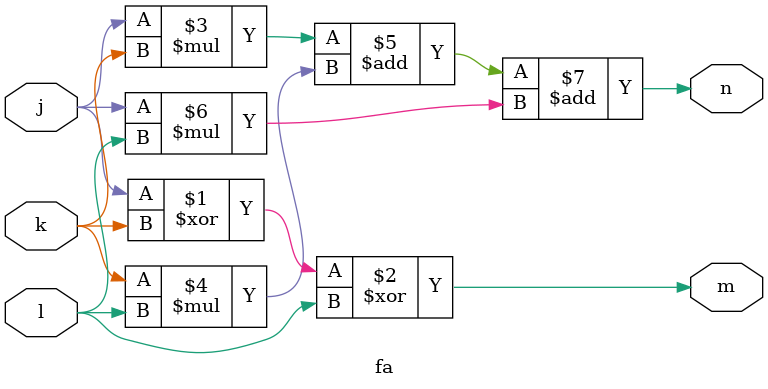
<source format=v>

module arraymultiplierunsigned(
input [3:0] a, input [3:0] b,
output wire [7:0] product
);

wire p0,p1,p2,p3,p4,p5,p6,p7;
wire r1,r2,r3,r4,r5,r6,r7,r8,r9,r10,r11,r12,r13,r14,r15;
wire c1,c2,c3,c4;
wire q1,q2,q3,q4,q5,q6;
wire s1,s2;
wire c11,c22,c33,c44,c55;
and1 a1(.x(a[0]),.y(b[0]), .w(p0)); and1 a2(.x(a[1]),.y(b[0]), .w(r1)); and1 a3(.x(a[0]),.y(b[1]), .w(r2)); and1 a4(.x(a[0]),.y(b[2]), .w(r3)); and1 a5(.x(a[1]),.y(b[1]), .w(r4)); and1 a6(.x(a[2]),.y(b[0]), .w(r5)); and1 a7(.x(a[0]),.y(b[3]), .w(r6)); and1 a8(.x(a[1]),.y(b[2]), .w(r7)); and1 a9(.x(a[2]),.y(b[1]), .w(r8)); and1 a10(.x(a[3]),.y(b[0]), .w(r9)); and1 a11(.x(a[1]),.y(b[3]), .w(r10)); and1 a12(.x(a[2]),.y(b[2]), .w(r11)); and1 a13(.x(a[3]),.y(b[1]), .w(r12)); and1 a14(.x(a[2]),.y(b[3]), .w(r13)); and1 a15(.x(a[3]),.y(b[2]), .w(r14)); and1 a16(.x(a[3]),.y(b[3]), .w(r15)); ha h1(.e(r1),.f(r2),.g(p1),.h(c1));
ha h2(.e(r3),.f(r4),.g(s1),.h(c2));
ha h3(.e(r6),.f(r7),.g(s2),.h(c3));
ha h4(.e(q3),.f(c22),.g(p4),.h(c4));
fa i1(.j(r5),.k(s1),.l(c1),.m(p2),.n(c11));
fa i2(.j(r8),.k(s2),.l(c2),.m(q1),.n(c33));
fa i3(.j(r9),.k(q1),.l(c11),.m(p3),.n(c22));
fa i4(.j(r11),.k(r10),.l(c3),.m(q2),.n(q4));
fa i5(.j(r12),.k(q2),.l(c33),.m(q3),.n(c44)); fa i6(.j(r14),.k(r13),.l(q4),.m(q5),.n(q6)); fa i7(.j(q5),.k(c44),.l(c4),.m(p5),.n(c55)); fa i8(.j(r15),.k(q6),.l(c55),.m(p6),.n(p7));

assign product[0]=p0; assign product[1]=p1; assign product[2]=p2; assign product[3]=p3; assign product[4]=p4; assign product[5]=p5; assign product[6]=p6; assign product[7]=p7; endmodule



module and1(input x, input y,
output wire w);

assign w=x*y;
endmodule

module ha(input e, input f,
output wire g, output wire h);

assign g=e^f; assign h=e*f; endmodule

module fa (input j, input k,
input l,
output wire m, output wire n);

assign m=j^k^l;
assign n=(j*k)+(k*l)+(j*l);
endmodule

</source>
